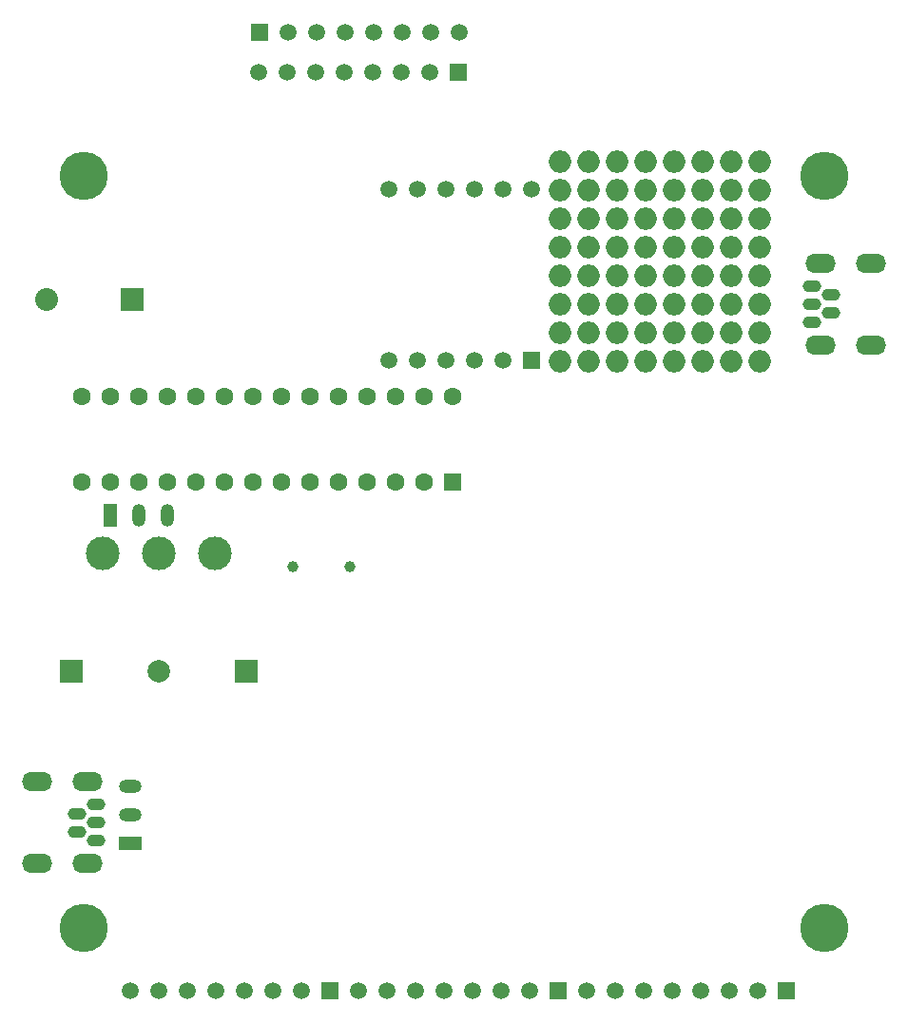
<source format=gbr>
%TF.GenerationSoftware,KiCad,Pcbnew,(6.0.0)*%
%TF.CreationDate,2022-11-14T01:44:22-08:00*%
%TF.ProjectId,Luciebox_v4,4c756369-6562-46f7-985f-76342e6b6963,rev?*%
%TF.SameCoordinates,Original*%
%TF.FileFunction,Soldermask,Bot*%
%TF.FilePolarity,Negative*%
%FSLAX46Y46*%
G04 Gerber Fmt 4.6, Leading zero omitted, Abs format (unit mm)*
G04 Created by KiCad (PCBNEW (6.0.0)) date 2022-11-14 01:44:22*
%MOMM*%
%LPD*%
G01*
G04 APERTURE LIST*
%ADD10R,2.000000X1.200000*%
%ADD11O,2.000000X1.200000*%
%ADD12C,4.300000*%
%ADD13C,1.000000*%
%ADD14O,1.650000X1.100000*%
%ADD15O,2.700000X1.700000*%
%ADD16R,1.200000X2.000000*%
%ADD17O,1.200000X2.000000*%
%ADD18O,2.000000X2.000000*%
%ADD19R,1.500000X1.500000*%
%ADD20C,1.500000*%
%ADD21R,1.600000X1.600000*%
%ADD22C,1.600000*%
%ADD23C,2.000000*%
%ADD24R,2.000000X2.100000*%
%ADD25C,3.000000*%
%ADD26R,2.032000X2.032000*%
%ADD27C,2.032000*%
G04 APERTURE END LIST*
D10*
%TO.C,T5*%
X10160000Y-75438000D03*
D11*
X10160000Y-72898000D03*
X10160000Y-70358000D03*
%TD*%
D12*
%TO.C,H2*%
X6000000Y-83000000D03*
%TD*%
D13*
%TO.C,Y1*%
X29718000Y-50800000D03*
X24638000Y-50800000D03*
%TD*%
D12*
%TO.C,H3*%
X72000000Y-83000000D03*
%TD*%
%TO.C,H6*%
X6000000Y-16000000D03*
%TD*%
D14*
%TO.C,J1*%
X7150000Y-75218000D03*
X5450000Y-74418000D03*
X7150000Y-73618000D03*
X5450000Y-72818000D03*
X7150000Y-72018000D03*
D15*
X6360720Y-77268000D03*
X1850000Y-69968000D03*
X1850000Y-77268000D03*
X6360720Y-69968000D03*
%TD*%
D14*
%TO.C,J2*%
X70850000Y-25832000D03*
X72550000Y-26632000D03*
X70850000Y-27432000D03*
X72550000Y-28232000D03*
X70850000Y-29032000D03*
D15*
X71639280Y-31082000D03*
X76150000Y-23782000D03*
X76150000Y-31082000D03*
X71639280Y-23782000D03*
%TD*%
D12*
%TO.C,H1*%
X72000000Y-16000000D03*
%TD*%
D16*
%TO.C,T2*%
X8382000Y-46228000D03*
D17*
X10922000Y-46228000D03*
X13462000Y-46228000D03*
%TD*%
D18*
%TO.C,U2*%
X48425100Y-32562800D03*
X48412400Y-30022800D03*
X48425100Y-27482800D03*
X48437800Y-24942800D03*
X48425100Y-22402800D03*
X48412400Y-19862800D03*
X48425100Y-17322800D03*
X48412400Y-14782800D03*
X50965100Y-32562800D03*
X50952400Y-30022800D03*
X50965100Y-27482800D03*
X50977800Y-24942800D03*
X50965100Y-22402800D03*
X50952400Y-19862800D03*
X50965100Y-17322800D03*
X50952400Y-14782800D03*
X53505100Y-32562800D03*
X53492400Y-30022800D03*
X53505100Y-27482800D03*
X53517800Y-24942800D03*
X53505100Y-22402800D03*
X53492400Y-19862800D03*
X53505100Y-17322800D03*
X53492400Y-14782800D03*
X56045100Y-32562800D03*
X56032400Y-30022800D03*
X56045100Y-27482800D03*
X56057800Y-24942800D03*
X56045100Y-22402800D03*
X56032400Y-19862800D03*
X56045100Y-17322800D03*
X56032400Y-14782800D03*
X58585100Y-32562800D03*
X58572400Y-30022800D03*
X58585100Y-27482800D03*
X58597800Y-24942800D03*
X58585100Y-22402800D03*
X58572400Y-19862800D03*
X58585100Y-17322800D03*
X58572400Y-14782800D03*
X61125100Y-32562800D03*
X61112400Y-30022800D03*
X61125100Y-27482800D03*
X61137800Y-24942800D03*
X61125100Y-22402800D03*
X61112400Y-19862800D03*
X61125100Y-17322800D03*
X61112400Y-14782800D03*
X63665100Y-32562800D03*
X63652400Y-30022800D03*
X63665100Y-27482800D03*
X63677800Y-24942800D03*
X63665100Y-22402800D03*
X63652400Y-19862800D03*
X63665100Y-17322800D03*
X63652400Y-14782800D03*
X66205100Y-32562800D03*
X66192400Y-30022800D03*
X66205100Y-27482800D03*
X66217800Y-24942800D03*
X66205100Y-22402800D03*
X66192400Y-19862800D03*
X66205100Y-17322800D03*
X66192400Y-14782800D03*
%TD*%
D19*
%TO.C,T7*%
X39390000Y-6750000D03*
D20*
X36850000Y-6750000D03*
X34310000Y-6750000D03*
X31770000Y-6750000D03*
X29230000Y-6750000D03*
X26690000Y-6750000D03*
X24150000Y-6750000D03*
X21610000Y-6750000D03*
%TD*%
D19*
%TO.C,T1*%
X48260000Y-88620000D03*
D20*
X45720000Y-88620000D03*
X43180000Y-88620000D03*
X40640000Y-88620000D03*
X38100000Y-88620000D03*
X35560000Y-88620000D03*
X33020000Y-88620000D03*
X30480000Y-88620000D03*
%TD*%
D19*
%TO.C,U1*%
X45940000Y-32440000D03*
D20*
X43400000Y-32440000D03*
X40860000Y-32440000D03*
X38320000Y-32440000D03*
X35780000Y-32440000D03*
X33240000Y-32440000D03*
X33240000Y-17200000D03*
X35780000Y-17200000D03*
X38320000Y-17200000D03*
X40860000Y-17200000D03*
X43400000Y-17200000D03*
X45940000Y-17200000D03*
%TD*%
D21*
%TO.C,U3*%
X38855000Y-43250000D03*
D22*
X36315000Y-43250000D03*
X33775000Y-43250000D03*
X31235000Y-43250000D03*
X28695000Y-43250000D03*
X26155000Y-43250000D03*
X23615000Y-43250000D03*
X21075000Y-43250000D03*
X18535000Y-43250000D03*
X15995000Y-43250000D03*
X13455000Y-43250000D03*
X10915000Y-43250000D03*
X8375000Y-43250000D03*
X5835000Y-43250000D03*
X5835000Y-35630000D03*
X8375000Y-35630000D03*
X10915000Y-35630000D03*
X13455000Y-35630000D03*
X15995000Y-35630000D03*
X18535000Y-35630000D03*
X21075000Y-35630000D03*
X23615000Y-35630000D03*
X26155000Y-35630000D03*
X28695000Y-35630000D03*
X31235000Y-35630000D03*
X33775000Y-35630000D03*
X36315000Y-35630000D03*
X38855000Y-35630000D03*
%TD*%
D23*
%TO.C,S1*%
X12700000Y-60140000D03*
D24*
X20500000Y-60140000D03*
X4900000Y-60140000D03*
D25*
X7700000Y-49640000D03*
X12700000Y-49640000D03*
X17700000Y-49640000D03*
%TD*%
D19*
%TO.C,T6*%
X27940000Y-88620000D03*
D20*
X25400000Y-88620000D03*
X22860000Y-88620000D03*
X20320000Y-88620000D03*
X17780000Y-88620000D03*
X15240000Y-88620000D03*
X12700000Y-88620000D03*
X10160000Y-88620000D03*
%TD*%
D19*
%TO.C,T8*%
X21670000Y-3250000D03*
D20*
X24210000Y-3250000D03*
X26750000Y-3250000D03*
X29290000Y-3250000D03*
X31830000Y-3250000D03*
X34370000Y-3250000D03*
X36910000Y-3250000D03*
X39450000Y-3250000D03*
%TD*%
D19*
%TO.C,T4*%
X68580000Y-88620000D03*
D20*
X66040000Y-88620000D03*
X63500000Y-88620000D03*
X60960000Y-88620000D03*
X58420000Y-88620000D03*
X55880000Y-88620000D03*
X53340000Y-88620000D03*
X50800000Y-88620000D03*
%TD*%
D26*
%TO.C,BZ1*%
X10310000Y-27000000D03*
D27*
X2690000Y-27000000D03*
%TD*%
M02*

</source>
